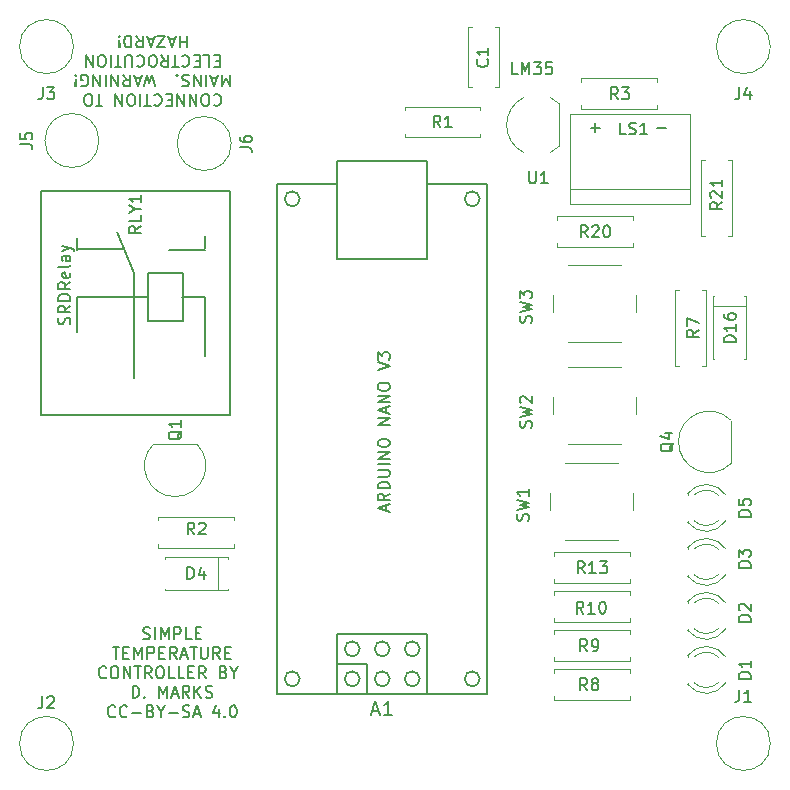
<source format=gbr>
G04 #@! TF.FileFunction,Legend,Top*
%FSLAX46Y46*%
G04 Gerber Fmt 4.6, Leading zero omitted, Abs format (unit mm)*
G04 Created by KiCad (PCBNEW 4.0.7) date 04/13/20 17:23:11*
%MOMM*%
%LPD*%
G01*
G04 APERTURE LIST*
%ADD10C,0.100000*%
%ADD11C,0.150000*%
%ADD12C,0.120000*%
%ADD13C,0.200000*%
G04 APERTURE END LIST*
D10*
D11*
X214661048Y-49465429D02*
X215422953Y-49465429D01*
X209073048Y-49465429D02*
X209834953Y-49465429D01*
X209454001Y-49846381D02*
X209454001Y-49084476D01*
X177166666Y-46717857D02*
X177214285Y-46670238D01*
X177357142Y-46622619D01*
X177452380Y-46622619D01*
X177595238Y-46670238D01*
X177690476Y-46765476D01*
X177738095Y-46860714D01*
X177785714Y-47051190D01*
X177785714Y-47194048D01*
X177738095Y-47384524D01*
X177690476Y-47479762D01*
X177595238Y-47575000D01*
X177452380Y-47622619D01*
X177357142Y-47622619D01*
X177214285Y-47575000D01*
X177166666Y-47527381D01*
X176547619Y-47622619D02*
X176357142Y-47622619D01*
X176261904Y-47575000D01*
X176166666Y-47479762D01*
X176119047Y-47289286D01*
X176119047Y-46955952D01*
X176166666Y-46765476D01*
X176261904Y-46670238D01*
X176357142Y-46622619D01*
X176547619Y-46622619D01*
X176642857Y-46670238D01*
X176738095Y-46765476D01*
X176785714Y-46955952D01*
X176785714Y-47289286D01*
X176738095Y-47479762D01*
X176642857Y-47575000D01*
X176547619Y-47622619D01*
X175690476Y-46622619D02*
X175690476Y-47622619D01*
X175119047Y-46622619D01*
X175119047Y-47622619D01*
X174642857Y-46622619D02*
X174642857Y-47622619D01*
X174071428Y-46622619D01*
X174071428Y-47622619D01*
X173595238Y-47146429D02*
X173261904Y-47146429D01*
X173119047Y-46622619D02*
X173595238Y-46622619D01*
X173595238Y-47622619D01*
X173119047Y-47622619D01*
X172119047Y-46717857D02*
X172166666Y-46670238D01*
X172309523Y-46622619D01*
X172404761Y-46622619D01*
X172547619Y-46670238D01*
X172642857Y-46765476D01*
X172690476Y-46860714D01*
X172738095Y-47051190D01*
X172738095Y-47194048D01*
X172690476Y-47384524D01*
X172642857Y-47479762D01*
X172547619Y-47575000D01*
X172404761Y-47622619D01*
X172309523Y-47622619D01*
X172166666Y-47575000D01*
X172119047Y-47527381D01*
X171833333Y-47622619D02*
X171261904Y-47622619D01*
X171547619Y-46622619D02*
X171547619Y-47622619D01*
X170928571Y-46622619D02*
X170928571Y-47622619D01*
X170261905Y-47622619D02*
X170071428Y-47622619D01*
X169976190Y-47575000D01*
X169880952Y-47479762D01*
X169833333Y-47289286D01*
X169833333Y-46955952D01*
X169880952Y-46765476D01*
X169976190Y-46670238D01*
X170071428Y-46622619D01*
X170261905Y-46622619D01*
X170357143Y-46670238D01*
X170452381Y-46765476D01*
X170500000Y-46955952D01*
X170500000Y-47289286D01*
X170452381Y-47479762D01*
X170357143Y-47575000D01*
X170261905Y-47622619D01*
X169404762Y-46622619D02*
X169404762Y-47622619D01*
X168833333Y-46622619D01*
X168833333Y-47622619D01*
X167738095Y-47622619D02*
X167166666Y-47622619D01*
X167452381Y-46622619D02*
X167452381Y-47622619D01*
X166642857Y-47622619D02*
X166452380Y-47622619D01*
X166357142Y-47575000D01*
X166261904Y-47479762D01*
X166214285Y-47289286D01*
X166214285Y-46955952D01*
X166261904Y-46765476D01*
X166357142Y-46670238D01*
X166452380Y-46622619D01*
X166642857Y-46622619D01*
X166738095Y-46670238D01*
X166833333Y-46765476D01*
X166880952Y-46955952D01*
X166880952Y-47289286D01*
X166833333Y-47479762D01*
X166738095Y-47575000D01*
X166642857Y-47622619D01*
X178523809Y-44972619D02*
X178523809Y-45972619D01*
X178190475Y-45258333D01*
X177857142Y-45972619D01*
X177857142Y-44972619D01*
X177428571Y-45258333D02*
X176952380Y-45258333D01*
X177523809Y-44972619D02*
X177190476Y-45972619D01*
X176857142Y-44972619D01*
X176523809Y-44972619D02*
X176523809Y-45972619D01*
X176047619Y-44972619D02*
X176047619Y-45972619D01*
X175476190Y-44972619D01*
X175476190Y-45972619D01*
X175047619Y-45020238D02*
X174904762Y-44972619D01*
X174666666Y-44972619D01*
X174571428Y-45020238D01*
X174523809Y-45067857D01*
X174476190Y-45163095D01*
X174476190Y-45258333D01*
X174523809Y-45353571D01*
X174571428Y-45401190D01*
X174666666Y-45448810D01*
X174857143Y-45496429D01*
X174952381Y-45544048D01*
X175000000Y-45591667D01*
X175047619Y-45686905D01*
X175047619Y-45782143D01*
X175000000Y-45877381D01*
X174952381Y-45925000D01*
X174857143Y-45972619D01*
X174619047Y-45972619D01*
X174476190Y-45925000D01*
X174047619Y-45067857D02*
X174000000Y-45020238D01*
X174047619Y-44972619D01*
X174095238Y-45020238D01*
X174047619Y-45067857D01*
X174047619Y-44972619D01*
X172142857Y-45972619D02*
X171904762Y-44972619D01*
X171714285Y-45686905D01*
X171523809Y-44972619D01*
X171285714Y-45972619D01*
X170952381Y-45258333D02*
X170476190Y-45258333D01*
X171047619Y-44972619D02*
X170714286Y-45972619D01*
X170380952Y-44972619D01*
X169476190Y-44972619D02*
X169809524Y-45448810D01*
X170047619Y-44972619D02*
X170047619Y-45972619D01*
X169666666Y-45972619D01*
X169571428Y-45925000D01*
X169523809Y-45877381D01*
X169476190Y-45782143D01*
X169476190Y-45639286D01*
X169523809Y-45544048D01*
X169571428Y-45496429D01*
X169666666Y-45448810D01*
X170047619Y-45448810D01*
X169047619Y-44972619D02*
X169047619Y-45972619D01*
X168476190Y-44972619D01*
X168476190Y-45972619D01*
X168000000Y-44972619D02*
X168000000Y-45972619D01*
X167523810Y-44972619D02*
X167523810Y-45972619D01*
X166952381Y-44972619D01*
X166952381Y-45972619D01*
X165952381Y-45925000D02*
X166047619Y-45972619D01*
X166190476Y-45972619D01*
X166333334Y-45925000D01*
X166428572Y-45829762D01*
X166476191Y-45734524D01*
X166523810Y-45544048D01*
X166523810Y-45401190D01*
X166476191Y-45210714D01*
X166428572Y-45115476D01*
X166333334Y-45020238D01*
X166190476Y-44972619D01*
X166095238Y-44972619D01*
X165952381Y-45020238D01*
X165904762Y-45067857D01*
X165904762Y-45401190D01*
X166095238Y-45401190D01*
X165476191Y-45067857D02*
X165428572Y-45020238D01*
X165476191Y-44972619D01*
X165523810Y-45020238D01*
X165476191Y-45067857D01*
X165476191Y-44972619D01*
X165476191Y-45353571D02*
X165523810Y-45925000D01*
X165476191Y-45972619D01*
X165428572Y-45925000D01*
X165476191Y-45353571D01*
X165476191Y-45972619D01*
X177666667Y-43846429D02*
X177333333Y-43846429D01*
X177190476Y-43322619D02*
X177666667Y-43322619D01*
X177666667Y-44322619D01*
X177190476Y-44322619D01*
X176285714Y-43322619D02*
X176761905Y-43322619D01*
X176761905Y-44322619D01*
X175952381Y-43846429D02*
X175619047Y-43846429D01*
X175476190Y-43322619D02*
X175952381Y-43322619D01*
X175952381Y-44322619D01*
X175476190Y-44322619D01*
X174476190Y-43417857D02*
X174523809Y-43370238D01*
X174666666Y-43322619D01*
X174761904Y-43322619D01*
X174904762Y-43370238D01*
X175000000Y-43465476D01*
X175047619Y-43560714D01*
X175095238Y-43751190D01*
X175095238Y-43894048D01*
X175047619Y-44084524D01*
X175000000Y-44179762D01*
X174904762Y-44275000D01*
X174761904Y-44322619D01*
X174666666Y-44322619D01*
X174523809Y-44275000D01*
X174476190Y-44227381D01*
X174190476Y-44322619D02*
X173619047Y-44322619D01*
X173904762Y-43322619D02*
X173904762Y-44322619D01*
X172714285Y-43322619D02*
X173047619Y-43798810D01*
X173285714Y-43322619D02*
X173285714Y-44322619D01*
X172904761Y-44322619D01*
X172809523Y-44275000D01*
X172761904Y-44227381D01*
X172714285Y-44132143D01*
X172714285Y-43989286D01*
X172761904Y-43894048D01*
X172809523Y-43846429D01*
X172904761Y-43798810D01*
X173285714Y-43798810D01*
X172095238Y-44322619D02*
X171904761Y-44322619D01*
X171809523Y-44275000D01*
X171714285Y-44179762D01*
X171666666Y-43989286D01*
X171666666Y-43655952D01*
X171714285Y-43465476D01*
X171809523Y-43370238D01*
X171904761Y-43322619D01*
X172095238Y-43322619D01*
X172190476Y-43370238D01*
X172285714Y-43465476D01*
X172333333Y-43655952D01*
X172333333Y-43989286D01*
X172285714Y-44179762D01*
X172190476Y-44275000D01*
X172095238Y-44322619D01*
X170666666Y-43417857D02*
X170714285Y-43370238D01*
X170857142Y-43322619D01*
X170952380Y-43322619D01*
X171095238Y-43370238D01*
X171190476Y-43465476D01*
X171238095Y-43560714D01*
X171285714Y-43751190D01*
X171285714Y-43894048D01*
X171238095Y-44084524D01*
X171190476Y-44179762D01*
X171095238Y-44275000D01*
X170952380Y-44322619D01*
X170857142Y-44322619D01*
X170714285Y-44275000D01*
X170666666Y-44227381D01*
X170238095Y-44322619D02*
X170238095Y-43513095D01*
X170190476Y-43417857D01*
X170142857Y-43370238D01*
X170047619Y-43322619D01*
X169857142Y-43322619D01*
X169761904Y-43370238D01*
X169714285Y-43417857D01*
X169666666Y-43513095D01*
X169666666Y-44322619D01*
X169333333Y-44322619D02*
X168761904Y-44322619D01*
X169047619Y-43322619D02*
X169047619Y-44322619D01*
X168428571Y-43322619D02*
X168428571Y-44322619D01*
X167761905Y-44322619D02*
X167571428Y-44322619D01*
X167476190Y-44275000D01*
X167380952Y-44179762D01*
X167333333Y-43989286D01*
X167333333Y-43655952D01*
X167380952Y-43465476D01*
X167476190Y-43370238D01*
X167571428Y-43322619D01*
X167761905Y-43322619D01*
X167857143Y-43370238D01*
X167952381Y-43465476D01*
X168000000Y-43655952D01*
X168000000Y-43989286D01*
X167952381Y-44179762D01*
X167857143Y-44275000D01*
X167761905Y-44322619D01*
X166904762Y-43322619D02*
X166904762Y-44322619D01*
X166333333Y-43322619D01*
X166333333Y-44322619D01*
X174857143Y-41672619D02*
X174857143Y-42672619D01*
X174857143Y-42196429D02*
X174285714Y-42196429D01*
X174285714Y-41672619D02*
X174285714Y-42672619D01*
X173857143Y-41958333D02*
X173380952Y-41958333D01*
X173952381Y-41672619D02*
X173619048Y-42672619D01*
X173285714Y-41672619D01*
X173047619Y-42672619D02*
X172380952Y-42672619D01*
X173047619Y-41672619D01*
X172380952Y-41672619D01*
X172047619Y-41958333D02*
X171571428Y-41958333D01*
X172142857Y-41672619D02*
X171809524Y-42672619D01*
X171476190Y-41672619D01*
X170571428Y-41672619D02*
X170904762Y-42148810D01*
X171142857Y-41672619D02*
X171142857Y-42672619D01*
X170761904Y-42672619D01*
X170666666Y-42625000D01*
X170619047Y-42577381D01*
X170571428Y-42482143D01*
X170571428Y-42339286D01*
X170619047Y-42244048D01*
X170666666Y-42196429D01*
X170761904Y-42148810D01*
X171142857Y-42148810D01*
X170142857Y-41672619D02*
X170142857Y-42672619D01*
X169904762Y-42672619D01*
X169761904Y-42625000D01*
X169666666Y-42529762D01*
X169619047Y-42434524D01*
X169571428Y-42244048D01*
X169571428Y-42101190D01*
X169619047Y-41910714D01*
X169666666Y-41815476D01*
X169761904Y-41720238D01*
X169904762Y-41672619D01*
X170142857Y-41672619D01*
X169142857Y-41767857D02*
X169095238Y-41720238D01*
X169142857Y-41672619D01*
X169190476Y-41720238D01*
X169142857Y-41767857D01*
X169142857Y-41672619D01*
X169142857Y-42053571D02*
X169190476Y-42625000D01*
X169142857Y-42672619D01*
X169095238Y-42625000D01*
X169142857Y-42053571D01*
X169142857Y-42672619D01*
X202885715Y-44932381D02*
X202409524Y-44932381D01*
X202409524Y-43932381D01*
X203219048Y-44932381D02*
X203219048Y-43932381D01*
X203552382Y-44646667D01*
X203885715Y-43932381D01*
X203885715Y-44932381D01*
X204266667Y-43932381D02*
X204885715Y-43932381D01*
X204552381Y-44313333D01*
X204695239Y-44313333D01*
X204790477Y-44360952D01*
X204838096Y-44408571D01*
X204885715Y-44503810D01*
X204885715Y-44741905D01*
X204838096Y-44837143D01*
X204790477Y-44884762D01*
X204695239Y-44932381D01*
X204409524Y-44932381D01*
X204314286Y-44884762D01*
X204266667Y-44837143D01*
X205790477Y-43932381D02*
X205314286Y-43932381D01*
X205266667Y-44408571D01*
X205314286Y-44360952D01*
X205409524Y-44313333D01*
X205647620Y-44313333D01*
X205742858Y-44360952D01*
X205790477Y-44408571D01*
X205838096Y-44503810D01*
X205838096Y-44741905D01*
X205790477Y-44837143D01*
X205742858Y-44884762D01*
X205647620Y-44932381D01*
X205409524Y-44932381D01*
X205314286Y-44884762D01*
X205266667Y-44837143D01*
X191766667Y-81914286D02*
X191766667Y-81438095D01*
X192052381Y-82009524D02*
X191052381Y-81676191D01*
X192052381Y-81342857D01*
X192052381Y-80438095D02*
X191576190Y-80771429D01*
X192052381Y-81009524D02*
X191052381Y-81009524D01*
X191052381Y-80628571D01*
X191100000Y-80533333D01*
X191147619Y-80485714D01*
X191242857Y-80438095D01*
X191385714Y-80438095D01*
X191480952Y-80485714D01*
X191528571Y-80533333D01*
X191576190Y-80628571D01*
X191576190Y-81009524D01*
X192052381Y-80009524D02*
X191052381Y-80009524D01*
X191052381Y-79771429D01*
X191100000Y-79628571D01*
X191195238Y-79533333D01*
X191290476Y-79485714D01*
X191480952Y-79438095D01*
X191623810Y-79438095D01*
X191814286Y-79485714D01*
X191909524Y-79533333D01*
X192004762Y-79628571D01*
X192052381Y-79771429D01*
X192052381Y-80009524D01*
X191052381Y-79009524D02*
X191861905Y-79009524D01*
X191957143Y-78961905D01*
X192004762Y-78914286D01*
X192052381Y-78819048D01*
X192052381Y-78628571D01*
X192004762Y-78533333D01*
X191957143Y-78485714D01*
X191861905Y-78438095D01*
X191052381Y-78438095D01*
X192052381Y-77961905D02*
X191052381Y-77961905D01*
X192052381Y-77485715D02*
X191052381Y-77485715D01*
X192052381Y-76914286D01*
X191052381Y-76914286D01*
X191052381Y-76247620D02*
X191052381Y-76057143D01*
X191100000Y-75961905D01*
X191195238Y-75866667D01*
X191385714Y-75819048D01*
X191719048Y-75819048D01*
X191909524Y-75866667D01*
X192004762Y-75961905D01*
X192052381Y-76057143D01*
X192052381Y-76247620D01*
X192004762Y-76342858D01*
X191909524Y-76438096D01*
X191719048Y-76485715D01*
X191385714Y-76485715D01*
X191195238Y-76438096D01*
X191100000Y-76342858D01*
X191052381Y-76247620D01*
X192052381Y-74628572D02*
X191052381Y-74628572D01*
X192052381Y-74057143D01*
X191052381Y-74057143D01*
X191766667Y-73628572D02*
X191766667Y-73152381D01*
X192052381Y-73723810D02*
X191052381Y-73390477D01*
X192052381Y-73057143D01*
X192052381Y-72723810D02*
X191052381Y-72723810D01*
X192052381Y-72152381D01*
X191052381Y-72152381D01*
X191052381Y-71485715D02*
X191052381Y-71295238D01*
X191100000Y-71200000D01*
X191195238Y-71104762D01*
X191385714Y-71057143D01*
X191719048Y-71057143D01*
X191909524Y-71104762D01*
X192004762Y-71200000D01*
X192052381Y-71295238D01*
X192052381Y-71485715D01*
X192004762Y-71580953D01*
X191909524Y-71676191D01*
X191719048Y-71723810D01*
X191385714Y-71723810D01*
X191195238Y-71676191D01*
X191100000Y-71580953D01*
X191052381Y-71485715D01*
X191052381Y-70009524D02*
X192052381Y-69676191D01*
X191052381Y-69342857D01*
X191052381Y-69104762D02*
X191052381Y-68485714D01*
X191433333Y-68819048D01*
X191433333Y-68676190D01*
X191480952Y-68580952D01*
X191528571Y-68533333D01*
X191623810Y-68485714D01*
X191861905Y-68485714D01*
X191957143Y-68533333D01*
X192004762Y-68580952D01*
X192052381Y-68676190D01*
X192052381Y-68961905D01*
X192004762Y-69057143D01*
X191957143Y-69104762D01*
X171187619Y-92726762D02*
X171330476Y-92774381D01*
X171568572Y-92774381D01*
X171663810Y-92726762D01*
X171711429Y-92679143D01*
X171759048Y-92583905D01*
X171759048Y-92488667D01*
X171711429Y-92393429D01*
X171663810Y-92345810D01*
X171568572Y-92298190D01*
X171378095Y-92250571D01*
X171282857Y-92202952D01*
X171235238Y-92155333D01*
X171187619Y-92060095D01*
X171187619Y-91964857D01*
X171235238Y-91869619D01*
X171282857Y-91822000D01*
X171378095Y-91774381D01*
X171616191Y-91774381D01*
X171759048Y-91822000D01*
X172187619Y-92774381D02*
X172187619Y-91774381D01*
X172663809Y-92774381D02*
X172663809Y-91774381D01*
X172997143Y-92488667D01*
X173330476Y-91774381D01*
X173330476Y-92774381D01*
X173806666Y-92774381D02*
X173806666Y-91774381D01*
X174187619Y-91774381D01*
X174282857Y-91822000D01*
X174330476Y-91869619D01*
X174378095Y-91964857D01*
X174378095Y-92107714D01*
X174330476Y-92202952D01*
X174282857Y-92250571D01*
X174187619Y-92298190D01*
X173806666Y-92298190D01*
X175282857Y-92774381D02*
X174806666Y-92774381D01*
X174806666Y-91774381D01*
X175616190Y-92250571D02*
X175949524Y-92250571D01*
X176092381Y-92774381D02*
X175616190Y-92774381D01*
X175616190Y-91774381D01*
X176092381Y-91774381D01*
X168592381Y-93424381D02*
X169163810Y-93424381D01*
X168878095Y-94424381D02*
X168878095Y-93424381D01*
X169497143Y-93900571D02*
X169830477Y-93900571D01*
X169973334Y-94424381D02*
X169497143Y-94424381D01*
X169497143Y-93424381D01*
X169973334Y-93424381D01*
X170401905Y-94424381D02*
X170401905Y-93424381D01*
X170735239Y-94138667D01*
X171068572Y-93424381D01*
X171068572Y-94424381D01*
X171544762Y-94424381D02*
X171544762Y-93424381D01*
X171925715Y-93424381D01*
X172020953Y-93472000D01*
X172068572Y-93519619D01*
X172116191Y-93614857D01*
X172116191Y-93757714D01*
X172068572Y-93852952D01*
X172020953Y-93900571D01*
X171925715Y-93948190D01*
X171544762Y-93948190D01*
X172544762Y-93900571D02*
X172878096Y-93900571D01*
X173020953Y-94424381D02*
X172544762Y-94424381D01*
X172544762Y-93424381D01*
X173020953Y-93424381D01*
X174020953Y-94424381D02*
X173687619Y-93948190D01*
X173449524Y-94424381D02*
X173449524Y-93424381D01*
X173830477Y-93424381D01*
X173925715Y-93472000D01*
X173973334Y-93519619D01*
X174020953Y-93614857D01*
X174020953Y-93757714D01*
X173973334Y-93852952D01*
X173925715Y-93900571D01*
X173830477Y-93948190D01*
X173449524Y-93948190D01*
X174401905Y-94138667D02*
X174878096Y-94138667D01*
X174306667Y-94424381D02*
X174640000Y-93424381D01*
X174973334Y-94424381D01*
X175163810Y-93424381D02*
X175735239Y-93424381D01*
X175449524Y-94424381D02*
X175449524Y-93424381D01*
X176068572Y-93424381D02*
X176068572Y-94233905D01*
X176116191Y-94329143D01*
X176163810Y-94376762D01*
X176259048Y-94424381D01*
X176449525Y-94424381D01*
X176544763Y-94376762D01*
X176592382Y-94329143D01*
X176640001Y-94233905D01*
X176640001Y-93424381D01*
X177687620Y-94424381D02*
X177354286Y-93948190D01*
X177116191Y-94424381D02*
X177116191Y-93424381D01*
X177497144Y-93424381D01*
X177592382Y-93472000D01*
X177640001Y-93519619D01*
X177687620Y-93614857D01*
X177687620Y-93757714D01*
X177640001Y-93852952D01*
X177592382Y-93900571D01*
X177497144Y-93948190D01*
X177116191Y-93948190D01*
X178116191Y-93900571D02*
X178449525Y-93900571D01*
X178592382Y-94424381D02*
X178116191Y-94424381D01*
X178116191Y-93424381D01*
X178592382Y-93424381D01*
X168044762Y-95979143D02*
X167997143Y-96026762D01*
X167854286Y-96074381D01*
X167759048Y-96074381D01*
X167616190Y-96026762D01*
X167520952Y-95931524D01*
X167473333Y-95836286D01*
X167425714Y-95645810D01*
X167425714Y-95502952D01*
X167473333Y-95312476D01*
X167520952Y-95217238D01*
X167616190Y-95122000D01*
X167759048Y-95074381D01*
X167854286Y-95074381D01*
X167997143Y-95122000D01*
X168044762Y-95169619D01*
X168663809Y-95074381D02*
X168854286Y-95074381D01*
X168949524Y-95122000D01*
X169044762Y-95217238D01*
X169092381Y-95407714D01*
X169092381Y-95741048D01*
X169044762Y-95931524D01*
X168949524Y-96026762D01*
X168854286Y-96074381D01*
X168663809Y-96074381D01*
X168568571Y-96026762D01*
X168473333Y-95931524D01*
X168425714Y-95741048D01*
X168425714Y-95407714D01*
X168473333Y-95217238D01*
X168568571Y-95122000D01*
X168663809Y-95074381D01*
X169520952Y-96074381D02*
X169520952Y-95074381D01*
X170092381Y-96074381D01*
X170092381Y-95074381D01*
X170425714Y-95074381D02*
X170997143Y-95074381D01*
X170711428Y-96074381D02*
X170711428Y-95074381D01*
X171901905Y-96074381D02*
X171568571Y-95598190D01*
X171330476Y-96074381D02*
X171330476Y-95074381D01*
X171711429Y-95074381D01*
X171806667Y-95122000D01*
X171854286Y-95169619D01*
X171901905Y-95264857D01*
X171901905Y-95407714D01*
X171854286Y-95502952D01*
X171806667Y-95550571D01*
X171711429Y-95598190D01*
X171330476Y-95598190D01*
X172520952Y-95074381D02*
X172711429Y-95074381D01*
X172806667Y-95122000D01*
X172901905Y-95217238D01*
X172949524Y-95407714D01*
X172949524Y-95741048D01*
X172901905Y-95931524D01*
X172806667Y-96026762D01*
X172711429Y-96074381D01*
X172520952Y-96074381D01*
X172425714Y-96026762D01*
X172330476Y-95931524D01*
X172282857Y-95741048D01*
X172282857Y-95407714D01*
X172330476Y-95217238D01*
X172425714Y-95122000D01*
X172520952Y-95074381D01*
X173854286Y-96074381D02*
X173378095Y-96074381D01*
X173378095Y-95074381D01*
X174663810Y-96074381D02*
X174187619Y-96074381D01*
X174187619Y-95074381D01*
X174997143Y-95550571D02*
X175330477Y-95550571D01*
X175473334Y-96074381D02*
X174997143Y-96074381D01*
X174997143Y-95074381D01*
X175473334Y-95074381D01*
X176473334Y-96074381D02*
X176140000Y-95598190D01*
X175901905Y-96074381D02*
X175901905Y-95074381D01*
X176282858Y-95074381D01*
X176378096Y-95122000D01*
X176425715Y-95169619D01*
X176473334Y-95264857D01*
X176473334Y-95407714D01*
X176425715Y-95502952D01*
X176378096Y-95550571D01*
X176282858Y-95598190D01*
X175901905Y-95598190D01*
X177997144Y-95550571D02*
X178140001Y-95598190D01*
X178187620Y-95645810D01*
X178235239Y-95741048D01*
X178235239Y-95883905D01*
X178187620Y-95979143D01*
X178140001Y-96026762D01*
X178044763Y-96074381D01*
X177663810Y-96074381D01*
X177663810Y-95074381D01*
X177997144Y-95074381D01*
X178092382Y-95122000D01*
X178140001Y-95169619D01*
X178187620Y-95264857D01*
X178187620Y-95360095D01*
X178140001Y-95455333D01*
X178092382Y-95502952D01*
X177997144Y-95550571D01*
X177663810Y-95550571D01*
X178854286Y-95598190D02*
X178854286Y-96074381D01*
X178520953Y-95074381D02*
X178854286Y-95598190D01*
X179187620Y-95074381D01*
X170282857Y-97724381D02*
X170282857Y-96724381D01*
X170520952Y-96724381D01*
X170663810Y-96772000D01*
X170759048Y-96867238D01*
X170806667Y-96962476D01*
X170854286Y-97152952D01*
X170854286Y-97295810D01*
X170806667Y-97486286D01*
X170759048Y-97581524D01*
X170663810Y-97676762D01*
X170520952Y-97724381D01*
X170282857Y-97724381D01*
X171282857Y-97629143D02*
X171330476Y-97676762D01*
X171282857Y-97724381D01*
X171235238Y-97676762D01*
X171282857Y-97629143D01*
X171282857Y-97724381D01*
X172520952Y-97724381D02*
X172520952Y-96724381D01*
X172854286Y-97438667D01*
X173187619Y-96724381D01*
X173187619Y-97724381D01*
X173616190Y-97438667D02*
X174092381Y-97438667D01*
X173520952Y-97724381D02*
X173854285Y-96724381D01*
X174187619Y-97724381D01*
X175092381Y-97724381D02*
X174759047Y-97248190D01*
X174520952Y-97724381D02*
X174520952Y-96724381D01*
X174901905Y-96724381D01*
X174997143Y-96772000D01*
X175044762Y-96819619D01*
X175092381Y-96914857D01*
X175092381Y-97057714D01*
X175044762Y-97152952D01*
X174997143Y-97200571D01*
X174901905Y-97248190D01*
X174520952Y-97248190D01*
X175520952Y-97724381D02*
X175520952Y-96724381D01*
X176092381Y-97724381D02*
X175663809Y-97152952D01*
X176092381Y-96724381D02*
X175520952Y-97295810D01*
X176473333Y-97676762D02*
X176616190Y-97724381D01*
X176854286Y-97724381D01*
X176949524Y-97676762D01*
X176997143Y-97629143D01*
X177044762Y-97533905D01*
X177044762Y-97438667D01*
X176997143Y-97343429D01*
X176949524Y-97295810D01*
X176854286Y-97248190D01*
X176663809Y-97200571D01*
X176568571Y-97152952D01*
X176520952Y-97105333D01*
X176473333Y-97010095D01*
X176473333Y-96914857D01*
X176520952Y-96819619D01*
X176568571Y-96772000D01*
X176663809Y-96724381D01*
X176901905Y-96724381D01*
X177044762Y-96772000D01*
X168806667Y-99279143D02*
X168759048Y-99326762D01*
X168616191Y-99374381D01*
X168520953Y-99374381D01*
X168378095Y-99326762D01*
X168282857Y-99231524D01*
X168235238Y-99136286D01*
X168187619Y-98945810D01*
X168187619Y-98802952D01*
X168235238Y-98612476D01*
X168282857Y-98517238D01*
X168378095Y-98422000D01*
X168520953Y-98374381D01*
X168616191Y-98374381D01*
X168759048Y-98422000D01*
X168806667Y-98469619D01*
X169806667Y-99279143D02*
X169759048Y-99326762D01*
X169616191Y-99374381D01*
X169520953Y-99374381D01*
X169378095Y-99326762D01*
X169282857Y-99231524D01*
X169235238Y-99136286D01*
X169187619Y-98945810D01*
X169187619Y-98802952D01*
X169235238Y-98612476D01*
X169282857Y-98517238D01*
X169378095Y-98422000D01*
X169520953Y-98374381D01*
X169616191Y-98374381D01*
X169759048Y-98422000D01*
X169806667Y-98469619D01*
X170235238Y-98993429D02*
X170997143Y-98993429D01*
X171806667Y-98850571D02*
X171949524Y-98898190D01*
X171997143Y-98945810D01*
X172044762Y-99041048D01*
X172044762Y-99183905D01*
X171997143Y-99279143D01*
X171949524Y-99326762D01*
X171854286Y-99374381D01*
X171473333Y-99374381D01*
X171473333Y-98374381D01*
X171806667Y-98374381D01*
X171901905Y-98422000D01*
X171949524Y-98469619D01*
X171997143Y-98564857D01*
X171997143Y-98660095D01*
X171949524Y-98755333D01*
X171901905Y-98802952D01*
X171806667Y-98850571D01*
X171473333Y-98850571D01*
X172663809Y-98898190D02*
X172663809Y-99374381D01*
X172330476Y-98374381D02*
X172663809Y-98898190D01*
X172997143Y-98374381D01*
X173330476Y-98993429D02*
X174092381Y-98993429D01*
X174520952Y-99326762D02*
X174663809Y-99374381D01*
X174901905Y-99374381D01*
X174997143Y-99326762D01*
X175044762Y-99279143D01*
X175092381Y-99183905D01*
X175092381Y-99088667D01*
X175044762Y-98993429D01*
X174997143Y-98945810D01*
X174901905Y-98898190D01*
X174711428Y-98850571D01*
X174616190Y-98802952D01*
X174568571Y-98755333D01*
X174520952Y-98660095D01*
X174520952Y-98564857D01*
X174568571Y-98469619D01*
X174616190Y-98422000D01*
X174711428Y-98374381D01*
X174949524Y-98374381D01*
X175092381Y-98422000D01*
X175473333Y-99088667D02*
X175949524Y-99088667D01*
X175378095Y-99374381D02*
X175711428Y-98374381D01*
X176044762Y-99374381D01*
X177568572Y-98707714D02*
X177568572Y-99374381D01*
X177330476Y-98326762D02*
X177092381Y-99041048D01*
X177711429Y-99041048D01*
X178092381Y-99279143D02*
X178140000Y-99326762D01*
X178092381Y-99374381D01*
X178044762Y-99326762D01*
X178092381Y-99279143D01*
X178092381Y-99374381D01*
X178759047Y-98374381D02*
X178854286Y-98374381D01*
X178949524Y-98422000D01*
X178997143Y-98469619D01*
X179044762Y-98564857D01*
X179092381Y-98755333D01*
X179092381Y-98993429D01*
X179044762Y-99183905D01*
X178997143Y-99279143D01*
X178949524Y-99326762D01*
X178854286Y-99374381D01*
X178759047Y-99374381D01*
X178663809Y-99326762D01*
X178616190Y-99279143D01*
X178568571Y-99183905D01*
X178520952Y-98993429D01*
X178520952Y-98755333D01*
X178568571Y-98564857D01*
X178616190Y-98469619D01*
X178663809Y-98422000D01*
X178759047Y-98374381D01*
D12*
X172475000Y-82720000D02*
X172475000Y-82390000D01*
X172475000Y-82390000D02*
X178895000Y-82390000D01*
X178895000Y-82390000D02*
X178895000Y-82720000D01*
X172475000Y-84680000D02*
X172475000Y-85010000D01*
X172475000Y-85010000D02*
X178895000Y-85010000D01*
X178895000Y-85010000D02*
X178895000Y-84680000D01*
D13*
X162550000Y-54800000D02*
X162550000Y-73800000D01*
X162550000Y-73800000D02*
X178550000Y-73800000D01*
X178550000Y-54800000D02*
X178550000Y-73800000D01*
X162550000Y-54800000D02*
X178550000Y-54800000D01*
X165597000Y-59736000D02*
X169534000Y-59736000D01*
X170423000Y-61768000D02*
X170423000Y-70658000D01*
X176392000Y-63800000D02*
X176392000Y-68753000D01*
X176392000Y-63800000D02*
X174487000Y-63800000D01*
X170431000Y-61800000D02*
X168931000Y-58300000D01*
X174550000Y-65800000D02*
X174550000Y-61800000D01*
X174550000Y-61800000D02*
X171550000Y-61800000D01*
X171550000Y-61800000D02*
X171550000Y-65800000D01*
X171550000Y-65800000D02*
X174550000Y-65800000D01*
X171550000Y-63800000D02*
X165550000Y-63800000D01*
X165550000Y-63800000D02*
X165550000Y-66800000D01*
X176407000Y-58673000D02*
X176407000Y-59673000D01*
X176407000Y-59800000D02*
X173407000Y-59800000D01*
X165550000Y-59800000D02*
X165550000Y-58800000D01*
D11*
X195230000Y-54220000D02*
X200310000Y-54220000D01*
X182530000Y-54220000D02*
X187610000Y-54220000D01*
X187610000Y-52315000D02*
X195230000Y-52315000D01*
X195230000Y-52315000D02*
X195230000Y-60570000D01*
X195230000Y-60570000D02*
X187610000Y-60570000D01*
X187610000Y-60570000D02*
X187610000Y-52315000D01*
X192055000Y-96130000D02*
G75*
G03X192055000Y-96130000I-635000J0D01*
G01*
X194595000Y-96130000D02*
G75*
G03X194595000Y-96130000I-635000J0D01*
G01*
X194595000Y-93590000D02*
G75*
G03X194595000Y-93590000I-635000J0D01*
G01*
X192055000Y-93590000D02*
G75*
G03X192055000Y-93590000I-635000J0D01*
G01*
X189515000Y-93590000D02*
G75*
G03X189515000Y-93590000I-635000J0D01*
G01*
X189515000Y-96130000D02*
G75*
G03X189515000Y-96130000I-635000J0D01*
G01*
X199675000Y-55490000D02*
G75*
G03X199675000Y-55490000I-635000J0D01*
G01*
X184435000Y-55490000D02*
G75*
G03X184435000Y-55490000I-635000J0D01*
G01*
X199675000Y-96130000D02*
G75*
G03X199675000Y-96130000I-635000J0D01*
G01*
X184435000Y-96130000D02*
G75*
G03X184435000Y-96130000I-635000J0D01*
G01*
X187610000Y-94860000D02*
X190150000Y-94860000D01*
X190150000Y-94860000D02*
X190150000Y-97400000D01*
X187610000Y-92320000D02*
X187610000Y-97400000D01*
X195230000Y-97400000D02*
X195230000Y-92320000D01*
X195230000Y-92320000D02*
X187610000Y-92320000D01*
X182530000Y-97400000D02*
X200310000Y-97400000D01*
X200310000Y-97400000D02*
X200310000Y-54220000D01*
X182530000Y-54220000D02*
X182530000Y-97400000D01*
D12*
X220524335Y-94289392D02*
G75*
G03X217292000Y-94132484I-1672335J-1078608D01*
G01*
X220524335Y-96446608D02*
G75*
G02X217292000Y-96603516I-1672335J1078608D01*
G01*
X219893130Y-94288163D02*
G75*
G03X217811039Y-94288000I-1041130J-1079837D01*
G01*
X219893130Y-96447837D02*
G75*
G02X217811039Y-96448000I-1041130J1079837D01*
G01*
X217292000Y-94132000D02*
X217292000Y-94288000D01*
X217292000Y-96448000D02*
X217292000Y-96604000D01*
X220524335Y-89717392D02*
G75*
G03X217292000Y-89560484I-1672335J-1078608D01*
G01*
X220524335Y-91874608D02*
G75*
G02X217292000Y-92031516I-1672335J1078608D01*
G01*
X219893130Y-89716163D02*
G75*
G03X217811039Y-89716000I-1041130J-1079837D01*
G01*
X219893130Y-91875837D02*
G75*
G02X217811039Y-91876000I-1041130J1079837D01*
G01*
X217292000Y-89560000D02*
X217292000Y-89716000D01*
X217292000Y-91876000D02*
X217292000Y-92032000D01*
X220524335Y-85145392D02*
G75*
G03X217292000Y-84988484I-1672335J-1078608D01*
G01*
X220524335Y-87302608D02*
G75*
G02X217292000Y-87459516I-1672335J1078608D01*
G01*
X219893130Y-85144163D02*
G75*
G03X217811039Y-85144000I-1041130J-1079837D01*
G01*
X219893130Y-87303837D02*
G75*
G02X217811039Y-87304000I-1041130J1079837D01*
G01*
X217292000Y-84988000D02*
X217292000Y-85144000D01*
X217292000Y-87304000D02*
X217292000Y-87460000D01*
X217520000Y-54665000D02*
X207360000Y-54665000D01*
X217520000Y-55935000D02*
X217520000Y-48315000D01*
X217520000Y-48315000D02*
X207360000Y-48315000D01*
X207360000Y-48315000D02*
X207360000Y-55935000D01*
X207360000Y-55935000D02*
X217520000Y-55935000D01*
X220956000Y-77864000D02*
X220956000Y-74264000D01*
X220944478Y-77902478D02*
G75*
G02X216506000Y-76064000I-1838478J1838478D01*
G01*
X220944478Y-74225522D02*
G75*
G03X216506000Y-76064000I-1838478J-1838478D01*
G01*
X199730000Y-49960000D02*
X199730000Y-50290000D01*
X199730000Y-50290000D02*
X193310000Y-50290000D01*
X193310000Y-50290000D02*
X193310000Y-49960000D01*
X199730000Y-48000000D02*
X199730000Y-47670000D01*
X199730000Y-47670000D02*
X193310000Y-47670000D01*
X193310000Y-47670000D02*
X193310000Y-48000000D01*
X218480000Y-63200000D02*
X218810000Y-63200000D01*
X218810000Y-63200000D02*
X218810000Y-69620000D01*
X218810000Y-69620000D02*
X218480000Y-69620000D01*
X216520000Y-63200000D02*
X216190000Y-63200000D01*
X216190000Y-63200000D02*
X216190000Y-69620000D01*
X216190000Y-69620000D02*
X216520000Y-69620000D01*
X206244000Y-57304000D02*
X206244000Y-56974000D01*
X206244000Y-56974000D02*
X212664000Y-56974000D01*
X212664000Y-56974000D02*
X212664000Y-57304000D01*
X206244000Y-59264000D02*
X206244000Y-59594000D01*
X206244000Y-59594000D02*
X212664000Y-59594000D01*
X212664000Y-59594000D02*
X212664000Y-59264000D01*
X220730000Y-52175000D02*
X221060000Y-52175000D01*
X221060000Y-52175000D02*
X221060000Y-58595000D01*
X221060000Y-58595000D02*
X220730000Y-58595000D01*
X218770000Y-52175000D02*
X218440000Y-52175000D01*
X218440000Y-52175000D02*
X218440000Y-58595000D01*
X218440000Y-58595000D02*
X218770000Y-58595000D01*
X206898000Y-84358000D02*
X211398000Y-84358000D01*
X205648000Y-80358000D02*
X205648000Y-81858000D01*
X211398000Y-77858000D02*
X206898000Y-77858000D01*
X212648000Y-81858000D02*
X212648000Y-80358000D01*
X207152000Y-76230000D02*
X211652000Y-76230000D01*
X205902000Y-72230000D02*
X205902000Y-73730000D01*
X211652000Y-69730000D02*
X207152000Y-69730000D01*
X212902000Y-73730000D02*
X212902000Y-72230000D01*
X207152000Y-67594000D02*
X211652000Y-67594000D01*
X205902000Y-63594000D02*
X205902000Y-65094000D01*
X211652000Y-61094000D02*
X207152000Y-61094000D01*
X212902000Y-65094000D02*
X212902000Y-63594000D01*
X205990000Y-95658000D02*
X205990000Y-95328000D01*
X205990000Y-95328000D02*
X212410000Y-95328000D01*
X212410000Y-95328000D02*
X212410000Y-95658000D01*
X205990000Y-97618000D02*
X205990000Y-97948000D01*
X205990000Y-97948000D02*
X212410000Y-97948000D01*
X212410000Y-97948000D02*
X212410000Y-97618000D01*
X205990000Y-92356000D02*
X205990000Y-92026000D01*
X205990000Y-92026000D02*
X212410000Y-92026000D01*
X212410000Y-92026000D02*
X212410000Y-92356000D01*
X205990000Y-94316000D02*
X205990000Y-94646000D01*
X205990000Y-94646000D02*
X212410000Y-94646000D01*
X212410000Y-94646000D02*
X212410000Y-94316000D01*
X205990000Y-89054000D02*
X205990000Y-88724000D01*
X205990000Y-88724000D02*
X212410000Y-88724000D01*
X212410000Y-88724000D02*
X212410000Y-89054000D01*
X205990000Y-91014000D02*
X205990000Y-91344000D01*
X205990000Y-91344000D02*
X212410000Y-91344000D01*
X212410000Y-91344000D02*
X212410000Y-91014000D01*
X224286000Y-101600000D02*
G75*
G03X224286000Y-101600000I-2286000J0D01*
G01*
X165286000Y-101600000D02*
G75*
G03X165286000Y-101600000I-2286000J0D01*
G01*
X165286000Y-42600000D02*
G75*
G03X165286000Y-42600000I-2286000J0D01*
G01*
X224286000Y-42600000D02*
G75*
G03X224286000Y-42600000I-2286000J0D01*
G01*
X178325000Y-88505000D02*
X178325000Y-88635000D01*
X178325000Y-88635000D02*
X173005000Y-88635000D01*
X173005000Y-88635000D02*
X173005000Y-88505000D01*
X178325000Y-85945000D02*
X178325000Y-85815000D01*
X178325000Y-85815000D02*
X173005000Y-85815000D01*
X173005000Y-85815000D02*
X173005000Y-85945000D01*
X177485000Y-88635000D02*
X177485000Y-85815000D01*
X222080000Y-63750000D02*
X222210000Y-63750000D01*
X222210000Y-63750000D02*
X222210000Y-69070000D01*
X222210000Y-69070000D02*
X222080000Y-69070000D01*
X219520000Y-63750000D02*
X219390000Y-63750000D01*
X219390000Y-63750000D02*
X219390000Y-69070000D01*
X219390000Y-69070000D02*
X219520000Y-69070000D01*
X222210000Y-64590000D02*
X219390000Y-64590000D01*
X175694000Y-76246000D02*
X172094000Y-76246000D01*
X175732478Y-76257522D02*
G75*
G02X173894000Y-80696000I-1838478J-1838478D01*
G01*
X172055522Y-76257522D02*
G75*
G03X173894000Y-80696000I1838478J-1838478D01*
G01*
X220524335Y-80573392D02*
G75*
G03X217292000Y-80416484I-1672335J-1078608D01*
G01*
X220524335Y-82730608D02*
G75*
G02X217292000Y-82887516I-1672335J1078608D01*
G01*
X219893130Y-80572163D02*
G75*
G03X217811039Y-80572000I-1041130J-1079837D01*
G01*
X219893130Y-82731837D02*
G75*
G02X217811039Y-82732000I-1041130J1079837D01*
G01*
X217292000Y-80416000D02*
X217292000Y-80572000D01*
X217292000Y-82732000D02*
X217292000Y-82888000D01*
X205990000Y-85752000D02*
X205990000Y-85422000D01*
X205990000Y-85422000D02*
X212410000Y-85422000D01*
X212410000Y-85422000D02*
X212410000Y-85752000D01*
X205990000Y-87712000D02*
X205990000Y-88042000D01*
X205990000Y-88042000D02*
X212410000Y-88042000D01*
X212410000Y-88042000D02*
X212410000Y-87712000D01*
X167436000Y-50550000D02*
G75*
G03X167436000Y-50550000I-2286000J0D01*
G01*
X178636000Y-50800000D02*
G75*
G03X178636000Y-50800000I-2286000J0D01*
G01*
X206400000Y-51035000D02*
X206400000Y-47435000D01*
X205672795Y-51559184D02*
G75*
G03X206400000Y-51035000I-1122795J2324184D01*
G01*
X203451193Y-51591400D02*
G75*
G02X201950000Y-49235000I1098807J2356400D01*
G01*
X203451193Y-46878600D02*
G75*
G03X201950000Y-49235000I1098807J-2356400D01*
G01*
X205672795Y-46910816D02*
G75*
G02X206400000Y-47435000I-1122795J-2324184D01*
G01*
X198680000Y-46050000D02*
X198680000Y-40930000D01*
X201300000Y-46050000D02*
X201300000Y-40930000D01*
X198680000Y-46050000D02*
X198994000Y-46050000D01*
X200986000Y-46050000D02*
X201300000Y-46050000D01*
X198680000Y-40930000D02*
X198994000Y-40930000D01*
X200986000Y-40930000D02*
X201300000Y-40930000D01*
X214696000Y-47580000D02*
X214696000Y-47910000D01*
X214696000Y-47910000D02*
X208276000Y-47910000D01*
X208276000Y-47910000D02*
X208276000Y-47580000D01*
X214696000Y-45620000D02*
X214696000Y-45290000D01*
X214696000Y-45290000D02*
X208276000Y-45290000D01*
X208276000Y-45290000D02*
X208276000Y-45620000D01*
D11*
X175518334Y-83898381D02*
X175185000Y-83422190D01*
X174946905Y-83898381D02*
X174946905Y-82898381D01*
X175327858Y-82898381D01*
X175423096Y-82946000D01*
X175470715Y-82993619D01*
X175518334Y-83088857D01*
X175518334Y-83231714D01*
X175470715Y-83326952D01*
X175423096Y-83374571D01*
X175327858Y-83422190D01*
X174946905Y-83422190D01*
X175899286Y-82993619D02*
X175946905Y-82946000D01*
X176042143Y-82898381D01*
X176280239Y-82898381D01*
X176375477Y-82946000D01*
X176423096Y-82993619D01*
X176470715Y-83088857D01*
X176470715Y-83184095D01*
X176423096Y-83326952D01*
X175851667Y-83898381D01*
X176470715Y-83898381D01*
X171002381Y-57800000D02*
X170526190Y-58133334D01*
X171002381Y-58371429D02*
X170002381Y-58371429D01*
X170002381Y-57990476D01*
X170050000Y-57895238D01*
X170097619Y-57847619D01*
X170192857Y-57800000D01*
X170335714Y-57800000D01*
X170430952Y-57847619D01*
X170478571Y-57895238D01*
X170526190Y-57990476D01*
X170526190Y-58371429D01*
X171002381Y-56895238D02*
X171002381Y-57371429D01*
X170002381Y-57371429D01*
X170526190Y-56371429D02*
X171002381Y-56371429D01*
X170002381Y-56704762D02*
X170526190Y-56371429D01*
X170002381Y-56038095D01*
X171002381Y-55180952D02*
X171002381Y-55752381D01*
X171002381Y-55466667D02*
X170002381Y-55466667D01*
X170145238Y-55561905D01*
X170240476Y-55657143D01*
X170288095Y-55752381D01*
X164954762Y-66109524D02*
X165002381Y-65966667D01*
X165002381Y-65728571D01*
X164954762Y-65633333D01*
X164907143Y-65585714D01*
X164811905Y-65538095D01*
X164716667Y-65538095D01*
X164621429Y-65585714D01*
X164573810Y-65633333D01*
X164526190Y-65728571D01*
X164478571Y-65919048D01*
X164430952Y-66014286D01*
X164383333Y-66061905D01*
X164288095Y-66109524D01*
X164192857Y-66109524D01*
X164097619Y-66061905D01*
X164050000Y-66014286D01*
X164002381Y-65919048D01*
X164002381Y-65680952D01*
X164050000Y-65538095D01*
X165002381Y-64538095D02*
X164526190Y-64871429D01*
X165002381Y-65109524D02*
X164002381Y-65109524D01*
X164002381Y-64728571D01*
X164050000Y-64633333D01*
X164097619Y-64585714D01*
X164192857Y-64538095D01*
X164335714Y-64538095D01*
X164430952Y-64585714D01*
X164478571Y-64633333D01*
X164526190Y-64728571D01*
X164526190Y-65109524D01*
X165002381Y-64109524D02*
X164002381Y-64109524D01*
X164002381Y-63871429D01*
X164050000Y-63728571D01*
X164145238Y-63633333D01*
X164240476Y-63585714D01*
X164430952Y-63538095D01*
X164573810Y-63538095D01*
X164764286Y-63585714D01*
X164859524Y-63633333D01*
X164954762Y-63728571D01*
X165002381Y-63871429D01*
X165002381Y-64109524D01*
X165002381Y-62538095D02*
X164526190Y-62871429D01*
X165002381Y-63109524D02*
X164002381Y-63109524D01*
X164002381Y-62728571D01*
X164050000Y-62633333D01*
X164097619Y-62585714D01*
X164192857Y-62538095D01*
X164335714Y-62538095D01*
X164430952Y-62585714D01*
X164478571Y-62633333D01*
X164526190Y-62728571D01*
X164526190Y-63109524D01*
X164954762Y-61728571D02*
X165002381Y-61823809D01*
X165002381Y-62014286D01*
X164954762Y-62109524D01*
X164859524Y-62157143D01*
X164478571Y-62157143D01*
X164383333Y-62109524D01*
X164335714Y-62014286D01*
X164335714Y-61823809D01*
X164383333Y-61728571D01*
X164478571Y-61680952D01*
X164573810Y-61680952D01*
X164669048Y-62157143D01*
X165002381Y-61109524D02*
X164954762Y-61204762D01*
X164859524Y-61252381D01*
X164002381Y-61252381D01*
X165002381Y-60299999D02*
X164478571Y-60299999D01*
X164383333Y-60347618D01*
X164335714Y-60442856D01*
X164335714Y-60633333D01*
X164383333Y-60728571D01*
X164954762Y-60299999D02*
X165002381Y-60395237D01*
X165002381Y-60633333D01*
X164954762Y-60728571D01*
X164859524Y-60776190D01*
X164764286Y-60776190D01*
X164669048Y-60728571D01*
X164621429Y-60633333D01*
X164621429Y-60395237D01*
X164573810Y-60299999D01*
X164335714Y-59919047D02*
X165002381Y-59680952D01*
X164335714Y-59442856D02*
X165002381Y-59680952D01*
X165240476Y-59776190D01*
X165288095Y-59823809D01*
X165335714Y-59919047D01*
X190562857Y-98870000D02*
X191134286Y-98870000D01*
X190448572Y-99212857D02*
X190848572Y-98012857D01*
X191248572Y-99212857D01*
X192277143Y-99212857D02*
X191591428Y-99212857D01*
X191934286Y-99212857D02*
X191934286Y-98012857D01*
X191820000Y-98184286D01*
X191705714Y-98298571D01*
X191591428Y-98355714D01*
X222606381Y-96106095D02*
X221606381Y-96106095D01*
X221606381Y-95868000D01*
X221654000Y-95725142D01*
X221749238Y-95629904D01*
X221844476Y-95582285D01*
X222034952Y-95534666D01*
X222177810Y-95534666D01*
X222368286Y-95582285D01*
X222463524Y-95629904D01*
X222558762Y-95725142D01*
X222606381Y-95868000D01*
X222606381Y-96106095D01*
X222606381Y-94582285D02*
X222606381Y-95153714D01*
X222606381Y-94868000D02*
X221606381Y-94868000D01*
X221749238Y-94963238D01*
X221844476Y-95058476D01*
X221892095Y-95153714D01*
X222606381Y-91280095D02*
X221606381Y-91280095D01*
X221606381Y-91042000D01*
X221654000Y-90899142D01*
X221749238Y-90803904D01*
X221844476Y-90756285D01*
X222034952Y-90708666D01*
X222177810Y-90708666D01*
X222368286Y-90756285D01*
X222463524Y-90803904D01*
X222558762Y-90899142D01*
X222606381Y-91042000D01*
X222606381Y-91280095D01*
X221701619Y-90327714D02*
X221654000Y-90280095D01*
X221606381Y-90184857D01*
X221606381Y-89946761D01*
X221654000Y-89851523D01*
X221701619Y-89803904D01*
X221796857Y-89756285D01*
X221892095Y-89756285D01*
X222034952Y-89803904D01*
X222606381Y-90375333D01*
X222606381Y-89756285D01*
X222606381Y-86708095D02*
X221606381Y-86708095D01*
X221606381Y-86470000D01*
X221654000Y-86327142D01*
X221749238Y-86231904D01*
X221844476Y-86184285D01*
X222034952Y-86136666D01*
X222177810Y-86136666D01*
X222368286Y-86184285D01*
X222463524Y-86231904D01*
X222558762Y-86327142D01*
X222606381Y-86470000D01*
X222606381Y-86708095D01*
X221606381Y-85803333D02*
X221606381Y-85184285D01*
X221987333Y-85517619D01*
X221987333Y-85374761D01*
X222034952Y-85279523D01*
X222082571Y-85231904D01*
X222177810Y-85184285D01*
X222415905Y-85184285D01*
X222511143Y-85231904D01*
X222558762Y-85279523D01*
X222606381Y-85374761D01*
X222606381Y-85660476D01*
X222558762Y-85755714D01*
X222511143Y-85803333D01*
X212051143Y-50037381D02*
X211574952Y-50037381D01*
X211574952Y-49037381D01*
X212336857Y-49989762D02*
X212479714Y-50037381D01*
X212717810Y-50037381D01*
X212813048Y-49989762D01*
X212860667Y-49942143D01*
X212908286Y-49846905D01*
X212908286Y-49751667D01*
X212860667Y-49656429D01*
X212813048Y-49608810D01*
X212717810Y-49561190D01*
X212527333Y-49513571D01*
X212432095Y-49465952D01*
X212384476Y-49418333D01*
X212336857Y-49323095D01*
X212336857Y-49227857D01*
X212384476Y-49132619D01*
X212432095Y-49085000D01*
X212527333Y-49037381D01*
X212765429Y-49037381D01*
X212908286Y-49085000D01*
X213860667Y-50037381D02*
X213289238Y-50037381D01*
X213574952Y-50037381D02*
X213574952Y-49037381D01*
X213479714Y-49180238D01*
X213384476Y-49275476D01*
X213289238Y-49323095D01*
X216093619Y-76159238D02*
X216046000Y-76254476D01*
X215950762Y-76349714D01*
X215807905Y-76492571D01*
X215760286Y-76587810D01*
X215760286Y-76683048D01*
X215998381Y-76635429D02*
X215950762Y-76730667D01*
X215855524Y-76825905D01*
X215665048Y-76873524D01*
X215331714Y-76873524D01*
X215141238Y-76825905D01*
X215046000Y-76730667D01*
X214998381Y-76635429D01*
X214998381Y-76444952D01*
X215046000Y-76349714D01*
X215141238Y-76254476D01*
X215331714Y-76206857D01*
X215665048Y-76206857D01*
X215855524Y-76254476D01*
X215950762Y-76349714D01*
X215998381Y-76444952D01*
X215998381Y-76635429D01*
X215331714Y-75349714D02*
X215998381Y-75349714D01*
X214950762Y-75587810D02*
X215665048Y-75825905D01*
X215665048Y-75206857D01*
X196353334Y-49432381D02*
X196020000Y-48956190D01*
X195781905Y-49432381D02*
X195781905Y-48432381D01*
X196162858Y-48432381D01*
X196258096Y-48480000D01*
X196305715Y-48527619D01*
X196353334Y-48622857D01*
X196353334Y-48765714D01*
X196305715Y-48860952D01*
X196258096Y-48908571D01*
X196162858Y-48956190D01*
X195781905Y-48956190D01*
X197305715Y-49432381D02*
X196734286Y-49432381D01*
X197020000Y-49432381D02*
X197020000Y-48432381D01*
X196924762Y-48575238D01*
X196829524Y-48670476D01*
X196734286Y-48718095D01*
X218206381Y-66576666D02*
X217730190Y-66910000D01*
X218206381Y-67148095D02*
X217206381Y-67148095D01*
X217206381Y-66767142D01*
X217254000Y-66671904D01*
X217301619Y-66624285D01*
X217396857Y-66576666D01*
X217539714Y-66576666D01*
X217634952Y-66624285D01*
X217682571Y-66671904D01*
X217730190Y-66767142D01*
X217730190Y-67148095D01*
X217206381Y-66243333D02*
X217206381Y-65576666D01*
X218206381Y-66005238D01*
X208811143Y-58736381D02*
X208477809Y-58260190D01*
X208239714Y-58736381D02*
X208239714Y-57736381D01*
X208620667Y-57736381D01*
X208715905Y-57784000D01*
X208763524Y-57831619D01*
X208811143Y-57926857D01*
X208811143Y-58069714D01*
X208763524Y-58164952D01*
X208715905Y-58212571D01*
X208620667Y-58260190D01*
X208239714Y-58260190D01*
X209192095Y-57831619D02*
X209239714Y-57784000D01*
X209334952Y-57736381D01*
X209573048Y-57736381D01*
X209668286Y-57784000D01*
X209715905Y-57831619D01*
X209763524Y-57926857D01*
X209763524Y-58022095D01*
X209715905Y-58164952D01*
X209144476Y-58736381D01*
X209763524Y-58736381D01*
X210382571Y-57736381D02*
X210477810Y-57736381D01*
X210573048Y-57784000D01*
X210620667Y-57831619D01*
X210668286Y-57926857D01*
X210715905Y-58117333D01*
X210715905Y-58355429D01*
X210668286Y-58545905D01*
X210620667Y-58641143D01*
X210573048Y-58688762D01*
X210477810Y-58736381D01*
X210382571Y-58736381D01*
X210287333Y-58688762D01*
X210239714Y-58641143D01*
X210192095Y-58545905D01*
X210144476Y-58355429D01*
X210144476Y-58117333D01*
X210192095Y-57926857D01*
X210239714Y-57831619D01*
X210287333Y-57784000D01*
X210382571Y-57736381D01*
X220202381Y-55773857D02*
X219726190Y-56107191D01*
X220202381Y-56345286D02*
X219202381Y-56345286D01*
X219202381Y-55964333D01*
X219250000Y-55869095D01*
X219297619Y-55821476D01*
X219392857Y-55773857D01*
X219535714Y-55773857D01*
X219630952Y-55821476D01*
X219678571Y-55869095D01*
X219726190Y-55964333D01*
X219726190Y-56345286D01*
X219297619Y-55392905D02*
X219250000Y-55345286D01*
X219202381Y-55250048D01*
X219202381Y-55011952D01*
X219250000Y-54916714D01*
X219297619Y-54869095D01*
X219392857Y-54821476D01*
X219488095Y-54821476D01*
X219630952Y-54869095D01*
X220202381Y-55440524D01*
X220202381Y-54821476D01*
X220202381Y-53869095D02*
X220202381Y-54440524D01*
X220202381Y-54154810D02*
X219202381Y-54154810D01*
X219345238Y-54250048D01*
X219440476Y-54345286D01*
X219488095Y-54440524D01*
X203762762Y-82731333D02*
X203810381Y-82588476D01*
X203810381Y-82350380D01*
X203762762Y-82255142D01*
X203715143Y-82207523D01*
X203619905Y-82159904D01*
X203524667Y-82159904D01*
X203429429Y-82207523D01*
X203381810Y-82255142D01*
X203334190Y-82350380D01*
X203286571Y-82540857D01*
X203238952Y-82636095D01*
X203191333Y-82683714D01*
X203096095Y-82731333D01*
X203000857Y-82731333D01*
X202905619Y-82683714D01*
X202858000Y-82636095D01*
X202810381Y-82540857D01*
X202810381Y-82302761D01*
X202858000Y-82159904D01*
X202810381Y-81826571D02*
X203810381Y-81588476D01*
X203096095Y-81397999D01*
X203810381Y-81207523D01*
X202810381Y-80969428D01*
X203810381Y-80064666D02*
X203810381Y-80636095D01*
X203810381Y-80350381D02*
X202810381Y-80350381D01*
X202953238Y-80445619D01*
X203048476Y-80540857D01*
X203096095Y-80636095D01*
X204016762Y-74857333D02*
X204064381Y-74714476D01*
X204064381Y-74476380D01*
X204016762Y-74381142D01*
X203969143Y-74333523D01*
X203873905Y-74285904D01*
X203778667Y-74285904D01*
X203683429Y-74333523D01*
X203635810Y-74381142D01*
X203588190Y-74476380D01*
X203540571Y-74666857D01*
X203492952Y-74762095D01*
X203445333Y-74809714D01*
X203350095Y-74857333D01*
X203254857Y-74857333D01*
X203159619Y-74809714D01*
X203112000Y-74762095D01*
X203064381Y-74666857D01*
X203064381Y-74428761D01*
X203112000Y-74285904D01*
X203064381Y-73952571D02*
X204064381Y-73714476D01*
X203350095Y-73523999D01*
X204064381Y-73333523D01*
X203064381Y-73095428D01*
X203159619Y-72762095D02*
X203112000Y-72714476D01*
X203064381Y-72619238D01*
X203064381Y-72381142D01*
X203112000Y-72285904D01*
X203159619Y-72238285D01*
X203254857Y-72190666D01*
X203350095Y-72190666D01*
X203492952Y-72238285D01*
X204064381Y-72809714D01*
X204064381Y-72190666D01*
X204016762Y-65967333D02*
X204064381Y-65824476D01*
X204064381Y-65586380D01*
X204016762Y-65491142D01*
X203969143Y-65443523D01*
X203873905Y-65395904D01*
X203778667Y-65395904D01*
X203683429Y-65443523D01*
X203635810Y-65491142D01*
X203588190Y-65586380D01*
X203540571Y-65776857D01*
X203492952Y-65872095D01*
X203445333Y-65919714D01*
X203350095Y-65967333D01*
X203254857Y-65967333D01*
X203159619Y-65919714D01*
X203112000Y-65872095D01*
X203064381Y-65776857D01*
X203064381Y-65538761D01*
X203112000Y-65395904D01*
X203064381Y-65062571D02*
X204064381Y-64824476D01*
X203350095Y-64633999D01*
X204064381Y-64443523D01*
X203064381Y-64205428D01*
X203064381Y-63919714D02*
X203064381Y-63300666D01*
X203445333Y-63634000D01*
X203445333Y-63491142D01*
X203492952Y-63395904D01*
X203540571Y-63348285D01*
X203635810Y-63300666D01*
X203873905Y-63300666D01*
X203969143Y-63348285D01*
X204016762Y-63395904D01*
X204064381Y-63491142D01*
X204064381Y-63776857D01*
X204016762Y-63872095D01*
X203969143Y-63919714D01*
X208779334Y-97090381D02*
X208446000Y-96614190D01*
X208207905Y-97090381D02*
X208207905Y-96090381D01*
X208588858Y-96090381D01*
X208684096Y-96138000D01*
X208731715Y-96185619D01*
X208779334Y-96280857D01*
X208779334Y-96423714D01*
X208731715Y-96518952D01*
X208684096Y-96566571D01*
X208588858Y-96614190D01*
X208207905Y-96614190D01*
X209350762Y-96518952D02*
X209255524Y-96471333D01*
X209207905Y-96423714D01*
X209160286Y-96328476D01*
X209160286Y-96280857D01*
X209207905Y-96185619D01*
X209255524Y-96138000D01*
X209350762Y-96090381D01*
X209541239Y-96090381D01*
X209636477Y-96138000D01*
X209684096Y-96185619D01*
X209731715Y-96280857D01*
X209731715Y-96328476D01*
X209684096Y-96423714D01*
X209636477Y-96471333D01*
X209541239Y-96518952D01*
X209350762Y-96518952D01*
X209255524Y-96566571D01*
X209207905Y-96614190D01*
X209160286Y-96709429D01*
X209160286Y-96899905D01*
X209207905Y-96995143D01*
X209255524Y-97042762D01*
X209350762Y-97090381D01*
X209541239Y-97090381D01*
X209636477Y-97042762D01*
X209684096Y-96995143D01*
X209731715Y-96899905D01*
X209731715Y-96709429D01*
X209684096Y-96614190D01*
X209636477Y-96566571D01*
X209541239Y-96518952D01*
X208779334Y-93788381D02*
X208446000Y-93312190D01*
X208207905Y-93788381D02*
X208207905Y-92788381D01*
X208588858Y-92788381D01*
X208684096Y-92836000D01*
X208731715Y-92883619D01*
X208779334Y-92978857D01*
X208779334Y-93121714D01*
X208731715Y-93216952D01*
X208684096Y-93264571D01*
X208588858Y-93312190D01*
X208207905Y-93312190D01*
X209255524Y-93788381D02*
X209446000Y-93788381D01*
X209541239Y-93740762D01*
X209588858Y-93693143D01*
X209684096Y-93550286D01*
X209731715Y-93359810D01*
X209731715Y-92978857D01*
X209684096Y-92883619D01*
X209636477Y-92836000D01*
X209541239Y-92788381D01*
X209350762Y-92788381D01*
X209255524Y-92836000D01*
X209207905Y-92883619D01*
X209160286Y-92978857D01*
X209160286Y-93216952D01*
X209207905Y-93312190D01*
X209255524Y-93359810D01*
X209350762Y-93407429D01*
X209541239Y-93407429D01*
X209636477Y-93359810D01*
X209684096Y-93312190D01*
X209731715Y-93216952D01*
X208461143Y-90604381D02*
X208127809Y-90128190D01*
X207889714Y-90604381D02*
X207889714Y-89604381D01*
X208270667Y-89604381D01*
X208365905Y-89652000D01*
X208413524Y-89699619D01*
X208461143Y-89794857D01*
X208461143Y-89937714D01*
X208413524Y-90032952D01*
X208365905Y-90080571D01*
X208270667Y-90128190D01*
X207889714Y-90128190D01*
X209413524Y-90604381D02*
X208842095Y-90604381D01*
X209127809Y-90604381D02*
X209127809Y-89604381D01*
X209032571Y-89747238D01*
X208937333Y-89842476D01*
X208842095Y-89890095D01*
X210032571Y-89604381D02*
X210127810Y-89604381D01*
X210223048Y-89652000D01*
X210270667Y-89699619D01*
X210318286Y-89794857D01*
X210365905Y-89985333D01*
X210365905Y-90223429D01*
X210318286Y-90413905D01*
X210270667Y-90509143D01*
X210223048Y-90556762D01*
X210127810Y-90604381D01*
X210032571Y-90604381D01*
X209937333Y-90556762D01*
X209889714Y-90509143D01*
X209842095Y-90413905D01*
X209794476Y-90223429D01*
X209794476Y-89985333D01*
X209842095Y-89794857D01*
X209889714Y-89699619D01*
X209937333Y-89652000D01*
X210032571Y-89604381D01*
X221666667Y-97052381D02*
X221666667Y-97766667D01*
X221619047Y-97909524D01*
X221523809Y-98004762D01*
X221380952Y-98052381D01*
X221285714Y-98052381D01*
X222666667Y-98052381D02*
X222095238Y-98052381D01*
X222380952Y-98052381D02*
X222380952Y-97052381D01*
X222285714Y-97195238D01*
X222190476Y-97290476D01*
X222095238Y-97338095D01*
X162652667Y-97614381D02*
X162652667Y-98328667D01*
X162605047Y-98471524D01*
X162509809Y-98566762D01*
X162366952Y-98614381D01*
X162271714Y-98614381D01*
X163081238Y-97709619D02*
X163128857Y-97662000D01*
X163224095Y-97614381D01*
X163462191Y-97614381D01*
X163557429Y-97662000D01*
X163605048Y-97709619D01*
X163652667Y-97804857D01*
X163652667Y-97900095D01*
X163605048Y-98042952D01*
X163033619Y-98614381D01*
X163652667Y-98614381D01*
X162666667Y-46052381D02*
X162666667Y-46766667D01*
X162619047Y-46909524D01*
X162523809Y-47004762D01*
X162380952Y-47052381D01*
X162285714Y-47052381D01*
X163047619Y-46052381D02*
X163666667Y-46052381D01*
X163333333Y-46433333D01*
X163476191Y-46433333D01*
X163571429Y-46480952D01*
X163619048Y-46528571D01*
X163666667Y-46623810D01*
X163666667Y-46861905D01*
X163619048Y-46957143D01*
X163571429Y-47004762D01*
X163476191Y-47052381D01*
X163190476Y-47052381D01*
X163095238Y-47004762D01*
X163047619Y-46957143D01*
X221666667Y-46052381D02*
X221666667Y-46766667D01*
X221619047Y-46909524D01*
X221523809Y-47004762D01*
X221380952Y-47052381D01*
X221285714Y-47052381D01*
X222571429Y-46385714D02*
X222571429Y-47052381D01*
X222333333Y-46004762D02*
X222095238Y-46719048D01*
X222714286Y-46719048D01*
X174926905Y-87677381D02*
X174926905Y-86677381D01*
X175165000Y-86677381D01*
X175307858Y-86725000D01*
X175403096Y-86820238D01*
X175450715Y-86915476D01*
X175498334Y-87105952D01*
X175498334Y-87248810D01*
X175450715Y-87439286D01*
X175403096Y-87534524D01*
X175307858Y-87629762D01*
X175165000Y-87677381D01*
X174926905Y-87677381D01*
X176355477Y-87010714D02*
X176355477Y-87677381D01*
X176117381Y-86629762D02*
X175879286Y-87344048D01*
X176498334Y-87344048D01*
X221336381Y-67626286D02*
X220336381Y-67626286D01*
X220336381Y-67388191D01*
X220384000Y-67245333D01*
X220479238Y-67150095D01*
X220574476Y-67102476D01*
X220764952Y-67054857D01*
X220907810Y-67054857D01*
X221098286Y-67102476D01*
X221193524Y-67150095D01*
X221288762Y-67245333D01*
X221336381Y-67388191D01*
X221336381Y-67626286D01*
X221336381Y-66102476D02*
X221336381Y-66673905D01*
X221336381Y-66388191D02*
X220336381Y-66388191D01*
X220479238Y-66483429D01*
X220574476Y-66578667D01*
X220622095Y-66673905D01*
X220336381Y-65245333D02*
X220336381Y-65435810D01*
X220384000Y-65531048D01*
X220431619Y-65578667D01*
X220574476Y-65673905D01*
X220764952Y-65721524D01*
X221145905Y-65721524D01*
X221241143Y-65673905D01*
X221288762Y-65626286D01*
X221336381Y-65531048D01*
X221336381Y-65340571D01*
X221288762Y-65245333D01*
X221241143Y-65197714D01*
X221145905Y-65150095D01*
X220907810Y-65150095D01*
X220812571Y-65197714D01*
X220764952Y-65245333D01*
X220717333Y-65340571D01*
X220717333Y-65531048D01*
X220764952Y-65626286D01*
X220812571Y-65673905D01*
X220907810Y-65721524D01*
X174441619Y-75143238D02*
X174394000Y-75238476D01*
X174298762Y-75333714D01*
X174155905Y-75476571D01*
X174108286Y-75571810D01*
X174108286Y-75667048D01*
X174346381Y-75619429D02*
X174298762Y-75714667D01*
X174203524Y-75809905D01*
X174013048Y-75857524D01*
X173679714Y-75857524D01*
X173489238Y-75809905D01*
X173394000Y-75714667D01*
X173346381Y-75619429D01*
X173346381Y-75428952D01*
X173394000Y-75333714D01*
X173489238Y-75238476D01*
X173679714Y-75190857D01*
X174013048Y-75190857D01*
X174203524Y-75238476D01*
X174298762Y-75333714D01*
X174346381Y-75428952D01*
X174346381Y-75619429D01*
X174346381Y-74238476D02*
X174346381Y-74809905D01*
X174346381Y-74524191D02*
X173346381Y-74524191D01*
X173489238Y-74619429D01*
X173584476Y-74714667D01*
X173632095Y-74809905D01*
X222606381Y-82390095D02*
X221606381Y-82390095D01*
X221606381Y-82152000D01*
X221654000Y-82009142D01*
X221749238Y-81913904D01*
X221844476Y-81866285D01*
X222034952Y-81818666D01*
X222177810Y-81818666D01*
X222368286Y-81866285D01*
X222463524Y-81913904D01*
X222558762Y-82009142D01*
X222606381Y-82152000D01*
X222606381Y-82390095D01*
X221606381Y-80913904D02*
X221606381Y-81390095D01*
X222082571Y-81437714D01*
X222034952Y-81390095D01*
X221987333Y-81294857D01*
X221987333Y-81056761D01*
X222034952Y-80961523D01*
X222082571Y-80913904D01*
X222177810Y-80866285D01*
X222415905Y-80866285D01*
X222511143Y-80913904D01*
X222558762Y-80961523D01*
X222606381Y-81056761D01*
X222606381Y-81294857D01*
X222558762Y-81390095D01*
X222511143Y-81437714D01*
X208557143Y-87184381D02*
X208223809Y-86708190D01*
X207985714Y-87184381D02*
X207985714Y-86184381D01*
X208366667Y-86184381D01*
X208461905Y-86232000D01*
X208509524Y-86279619D01*
X208557143Y-86374857D01*
X208557143Y-86517714D01*
X208509524Y-86612952D01*
X208461905Y-86660571D01*
X208366667Y-86708190D01*
X207985714Y-86708190D01*
X209509524Y-87184381D02*
X208938095Y-87184381D01*
X209223809Y-87184381D02*
X209223809Y-86184381D01*
X209128571Y-86327238D01*
X209033333Y-86422476D01*
X208938095Y-86470095D01*
X209842857Y-86184381D02*
X210461905Y-86184381D01*
X210128571Y-86565333D01*
X210271429Y-86565333D01*
X210366667Y-86612952D01*
X210414286Y-86660571D01*
X210461905Y-86755810D01*
X210461905Y-86993905D01*
X210414286Y-87089143D01*
X210366667Y-87136762D01*
X210271429Y-87184381D01*
X209985714Y-87184381D01*
X209890476Y-87136762D01*
X209842857Y-87089143D01*
X160792381Y-50883333D02*
X161506667Y-50883333D01*
X161649524Y-50930953D01*
X161744762Y-51026191D01*
X161792381Y-51169048D01*
X161792381Y-51264286D01*
X160792381Y-49930952D02*
X160792381Y-50407143D01*
X161268571Y-50454762D01*
X161220952Y-50407143D01*
X161173333Y-50311905D01*
X161173333Y-50073809D01*
X161220952Y-49978571D01*
X161268571Y-49930952D01*
X161363810Y-49883333D01*
X161601905Y-49883333D01*
X161697143Y-49930952D01*
X161744762Y-49978571D01*
X161792381Y-50073809D01*
X161792381Y-50311905D01*
X161744762Y-50407143D01*
X161697143Y-50454762D01*
X179358381Y-51133333D02*
X180072667Y-51133333D01*
X180215524Y-51180953D01*
X180310762Y-51276191D01*
X180358381Y-51419048D01*
X180358381Y-51514286D01*
X179358381Y-50228571D02*
X179358381Y-50419048D01*
X179406000Y-50514286D01*
X179453619Y-50561905D01*
X179596476Y-50657143D01*
X179786952Y-50704762D01*
X180167905Y-50704762D01*
X180263143Y-50657143D01*
X180310762Y-50609524D01*
X180358381Y-50514286D01*
X180358381Y-50323809D01*
X180310762Y-50228571D01*
X180263143Y-50180952D01*
X180167905Y-50133333D01*
X179929810Y-50133333D01*
X179834571Y-50180952D01*
X179786952Y-50228571D01*
X179739333Y-50323809D01*
X179739333Y-50514286D01*
X179786952Y-50609524D01*
X179834571Y-50657143D01*
X179929810Y-50704762D01*
X203866095Y-53164381D02*
X203866095Y-53973905D01*
X203913714Y-54069143D01*
X203961333Y-54116762D01*
X204056571Y-54164381D01*
X204247048Y-54164381D01*
X204342286Y-54116762D01*
X204389905Y-54069143D01*
X204437524Y-53973905D01*
X204437524Y-53164381D01*
X205437524Y-54164381D02*
X204866095Y-54164381D01*
X205151809Y-54164381D02*
X205151809Y-53164381D01*
X205056571Y-53307238D01*
X204961333Y-53402476D01*
X204866095Y-53450095D01*
X200322143Y-43681666D02*
X200369762Y-43729285D01*
X200417381Y-43872142D01*
X200417381Y-43967380D01*
X200369762Y-44110238D01*
X200274524Y-44205476D01*
X200179286Y-44253095D01*
X199988810Y-44300714D01*
X199845952Y-44300714D01*
X199655476Y-44253095D01*
X199560238Y-44205476D01*
X199465000Y-44110238D01*
X199417381Y-43967380D01*
X199417381Y-43872142D01*
X199465000Y-43729285D01*
X199512619Y-43681666D01*
X200417381Y-42729285D02*
X200417381Y-43300714D01*
X200417381Y-43015000D02*
X199417381Y-43015000D01*
X199560238Y-43110238D01*
X199655476Y-43205476D01*
X199703095Y-43300714D01*
X211383334Y-47055382D02*
X211050000Y-46579191D01*
X210811905Y-47055382D02*
X210811905Y-46055382D01*
X211192858Y-46055382D01*
X211288096Y-46103001D01*
X211335715Y-46150620D01*
X211383334Y-46245858D01*
X211383334Y-46388715D01*
X211335715Y-46483953D01*
X211288096Y-46531572D01*
X211192858Y-46579191D01*
X210811905Y-46579191D01*
X211716667Y-46055382D02*
X212335715Y-46055382D01*
X212002381Y-46436334D01*
X212145239Y-46436334D01*
X212240477Y-46483953D01*
X212288096Y-46531572D01*
X212335715Y-46626811D01*
X212335715Y-46864906D01*
X212288096Y-46960144D01*
X212240477Y-47007763D01*
X212145239Y-47055382D01*
X211859524Y-47055382D01*
X211764286Y-47007763D01*
X211716667Y-46960144D01*
M02*

</source>
